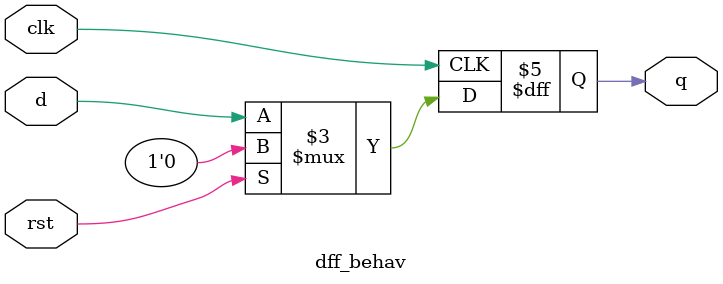
<source format=v>
module dff_behav(clk,rst,d,q);
input clk,rst,d;
output reg q;

always@(posedge clk) begin 
	if(rst) q<=0;
	else begin  
		 q<=d;
	end
end

endmodule
</source>
